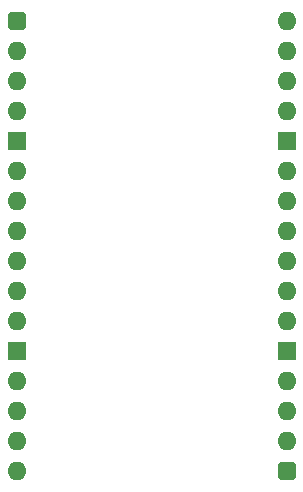
<source format=gbs>
%TF.GenerationSoftware,KiCad,Pcbnew,9.0.2*%
%TF.CreationDate,2025-06-17T09:45:12+02:00*%
%TF.ProjectId,Coprocessor Support,436f7072-6f63-4657-9373-6f7220537570,V0*%
%TF.SameCoordinates,Original*%
%TF.FileFunction,Soldermask,Bot*%
%TF.FilePolarity,Negative*%
%FSLAX46Y46*%
G04 Gerber Fmt 4.6, Leading zero omitted, Abs format (unit mm)*
G04 Created by KiCad (PCBNEW 9.0.2) date 2025-06-17 09:45:12*
%MOMM*%
%LPD*%
G01*
G04 APERTURE LIST*
G04 Aperture macros list*
%AMRoundRect*
0 Rectangle with rounded corners*
0 $1 Rounding radius*
0 $2 $3 $4 $5 $6 $7 $8 $9 X,Y pos of 4 corners*
0 Add a 4 corners polygon primitive as box body*
4,1,4,$2,$3,$4,$5,$6,$7,$8,$9,$2,$3,0*
0 Add four circle primitives for the rounded corners*
1,1,$1+$1,$2,$3*
1,1,$1+$1,$4,$5*
1,1,$1+$1,$6,$7*
1,1,$1+$1,$8,$9*
0 Add four rect primitives between the rounded corners*
20,1,$1+$1,$2,$3,$4,$5,0*
20,1,$1+$1,$4,$5,$6,$7,0*
20,1,$1+$1,$6,$7,$8,$9,0*
20,1,$1+$1,$8,$9,$2,$3,0*%
G04 Aperture macros list end*
%ADD10RoundRect,0.400000X-0.400000X-0.400000X0.400000X-0.400000X0.400000X0.400000X-0.400000X0.400000X0*%
%ADD11O,1.600000X1.600000*%
%ADD12R,1.600000X1.600000*%
G04 APERTURE END LIST*
D10*
%TO.C,J7*%
X0Y0D03*
D11*
X0Y-2540000D03*
X0Y-5080000D03*
X0Y-7620000D03*
D12*
X0Y-10160000D03*
D11*
X0Y-12700000D03*
X0Y-15240000D03*
X0Y-17780000D03*
X0Y-20320000D03*
X0Y-22860000D03*
X0Y-25400000D03*
D12*
X0Y-27940000D03*
D11*
X0Y-30480000D03*
X0Y-33020000D03*
X0Y-35560000D03*
X0Y-38100000D03*
D10*
X22860000Y-38100000D03*
D11*
X22860000Y-35560000D03*
X22860000Y-33020000D03*
X22860000Y-30480000D03*
D12*
X22860000Y-27940000D03*
D11*
X22860000Y-25400000D03*
X22860000Y-22860000D03*
X22860000Y-20320000D03*
X22860000Y-17780000D03*
X22860000Y-15240000D03*
X22860000Y-12700000D03*
D12*
X22860000Y-10160000D03*
D11*
X22860000Y-7620000D03*
X22860000Y-5080000D03*
X22860000Y-2540000D03*
X22860000Y0D03*
%TD*%
M02*

</source>
